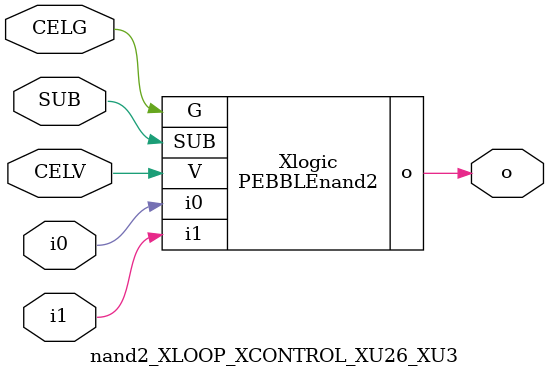
<source format=v>



module PEBBLEnand2 ( o, G, SUB, V, i0, i1 );

  input i0;
  input V;
  input i1;
  input G;
  output o;
  input SUB;
endmodule

//Celera Confidential Do Not Copy nand2_XLOOP_XCONTROL_XU26_XU3
//Celera Confidential Symbol Generator
//5V NAND2
module nand2_XLOOP_XCONTROL_XU26_XU3 (CELV,CELG,i0,i1,o,SUB);
input CELV;
input CELG;
input i0;
input i1;
input SUB;
output o;

//Celera Confidential Do Not Copy nand2
PEBBLEnand2 Xlogic(
.V (CELV),
.i0 (i0),
.i1 (i1),
.o (o),
.SUB (SUB),
.G (CELG)
);
//,diesize,PEBBLEnand2

//Celera Confidential Do Not Copy Module End
//Celera Schematic Generator
endmodule

</source>
